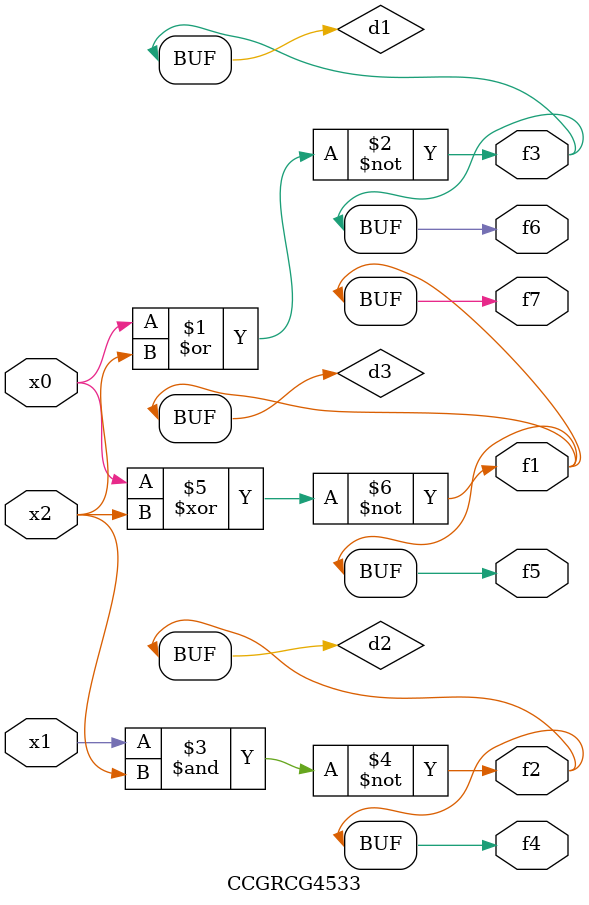
<source format=v>
module CCGRCG4533(
	input x0, x1, x2,
	output f1, f2, f3, f4, f5, f6, f7
);

	wire d1, d2, d3;

	nor (d1, x0, x2);
	nand (d2, x1, x2);
	xnor (d3, x0, x2);
	assign f1 = d3;
	assign f2 = d2;
	assign f3 = d1;
	assign f4 = d2;
	assign f5 = d3;
	assign f6 = d1;
	assign f7 = d3;
endmodule

</source>
